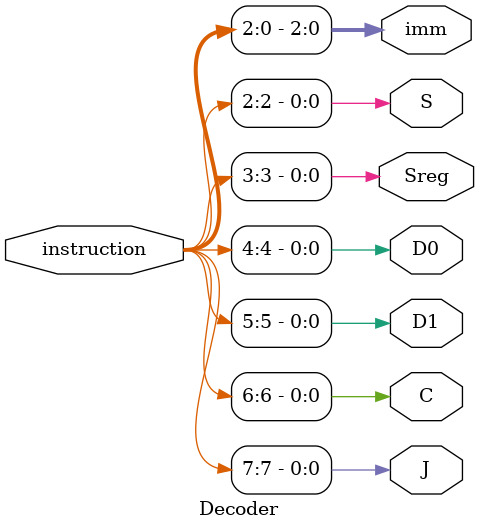
<source format=sv>

/*
module Decoder(
    input logic [7:0] instruction, // Full instruction from InstructionMemory
    output logic J,                // Jump control
    output logic C,                // Conditional jump control
    output logic D1,               // Register selection bit 1
    output logic D0,               // Register selection bit 0
    output logic Sreg,             // MUX select for ALU or custom input
    output logic S,                // ALU operation control
    output logic imm1 ,              // Data memory write enable
        output logic imm0               // Data memory write enable
);
    always_comb begin
        // Extract control signals from the instruction
        J = instruction[7];
        C = instruction[6];
        D1 = instruction[5];
        D0 = instruction[4];
        Sreg = instruction[3];
        S = instruction[2];
        imm1 = instruction[1];
            imm0  = instruction[0];
    end
endmodule
*/
module Decoder(
    input logic [7:0] instruction, // Full instruction from InstructionMemory
    output logic J,                // Jump control
    output logic C,                // Conditional jump control
    output logic D1,               // Register selection bit 1
    output logic D0,               // Register selection bit 0
    output logic Sreg,             // MUX select for ALU or custom input
    output logic S,                // ALU operation control
    output logic [2:0] imm         // Combined immediate value
);
    always_comb begin
       

        // Extract control signals from the instruction
        J = instruction[7];         // Jump control
        C = instruction[6];         // Conditional jump
        D1 = instruction[5];        // Register selection bit 1
        D0 = instruction[4];        // Register selection bit 0
        Sreg = instruction[3];      // Select ALU or custom input
        S = instruction[2];         // ALU operation control

        // Handle immediate value
        imm = instruction[2:0];     // Extract last 3 bits as immediate value
    end
endmodule

//this decoder don't define how the jump address (the target) is calculated. 
/*
module Decoder(
    input logic [7:0] instruction, // Full instruction from InstructionMemory
    output logic J,                // Jump control
    output logic C,                // Conditional jump control
    output logic D1,               // Register selection bit 1
    output logic D0,               // Register selection bit 0
    output logic Sreg,             // MUX select for ALU or custom input
    output logic S,                // ALU operation control
    output logic wen               // Data memory write enable
);
    always_comb begin
        // Default values
        J = 0;
        C = 0;
        D1 = 0;
        D0 = 0;
        Sreg = 0;
        S = 0;
        wen = 0;

        // Decode instruction
        case (instruction[7:6]) // Opcode
            2'b00: begin // Load Immediate
                D1 = instruction[5];
                D0 = instruction[4];
                Sreg = 0; // Use immediate input
                wen = 1;  // Enable write
            end
            2'b01: begin // ALU Operation
                D1 = instruction[5];
                D0 = instruction[4];
                Sreg = 0; // Use ALU result
                S = instruction[1]; // ALU operation (ADD/SUB)
                wen = 0;  // No memory write
            end
            2'b11: begin // Jump Instructions
                J = 1; // Jump
                C = instruction[6]; // Conditional jump
            end
            default: ; // No operation (NOP)
        endcase
    end
endmodule
*/

//this is the same as the one before with added jump location management 
// I don't think it is working correctly 
/*
module Decoder(
    input logic [7:0] instruction, // Full instruction from InstructionMemory
    output logic J,                // Jump control
    output logic C,                // Conditional jump control
    output logic D1,               // Register selection bit 1
    output logic D0,               // Register selection bit 0
    output logic Sreg,             // MUX select for ALU or custom input
    output logic S,                // ALU operation control
    output logic wen,              // Data memory write enable
    output logic [3:0] custom_input // Extracted jump address (4 bits for example)
);
    always_comb begin
        // Default values
        J = 0;
        C = 0;
        D1 = 0;
        D0 = 0;
        Sreg = 0;
        S = 0;
        wen = 0;
        custom_input = 4'b0000; // Default jump target

        // Decode instruction
        case (instruction[7:6]) // Opcode
            2'b00: begin // Load Immediate
                D1 = instruction[5];
                D0 = instruction[4];
                Sreg = 1; // Use immediate input
                wen = 1;  // Enable write
            end
            2'b01: begin // ALU Operation
                D1 = instruction[5];
                D0 = instruction[4];
                Sreg = 0; // Use ALU result
                S = instruction[1]; // ALU operation (ADD/SUB)
                wen = 0;  // No memory write
            end
            2'b11: begin // Jump Instructions
                J = 1; // Jump
                C = instruction[6]; // Conditional jump
                custom_input = instruction[3:0]; // Extract jump target address
            end
            default: ; // No operation (NOP)
        endcase
    end
endmodule



*/



</source>
